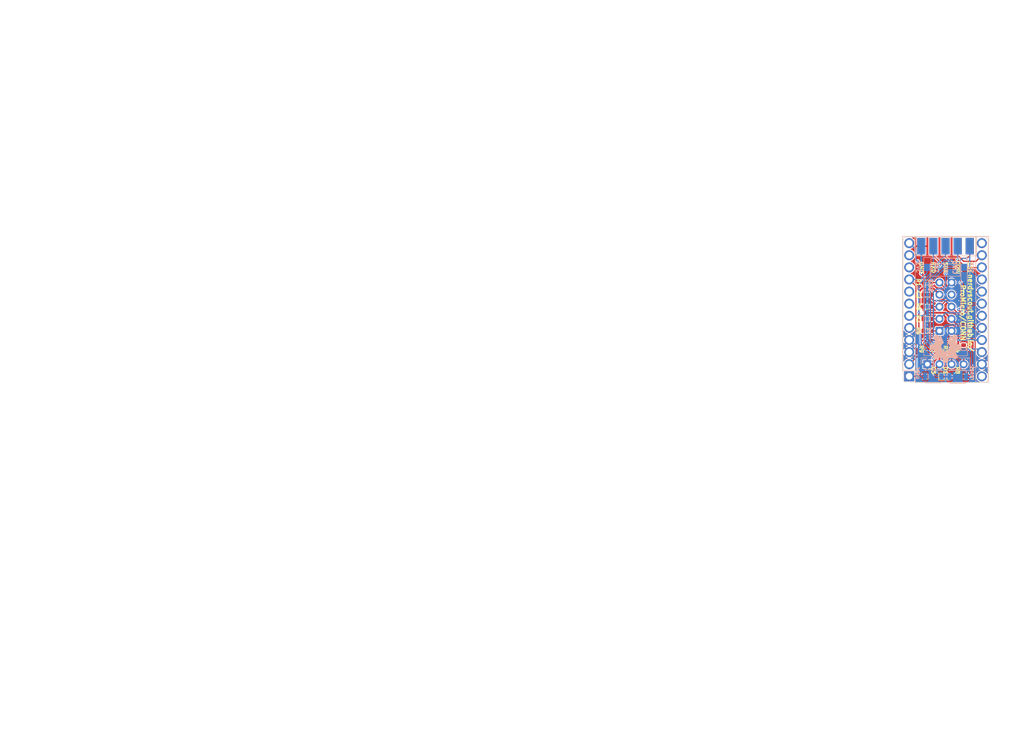
<source format=kicad_pcb>
(kicad_pcb (version 20240108) (generator "pcbnew") (generator_version "8.0")
  (title_block (title "ProMicro_CONN") (date "2025-01-05") (rev "v1.6") (company "Stefan Herold") (comment 1 "CERN-OHL-S-2.0"))
  (layers (0 "F.Cu" mixed) (1 "In1.Cu" power) (2 "In2.Cu" power) (31 "B.Cu" mixed) (34 "B.Paste" user) (35 "F.Paste" user) (36 "B.SilkS" user "B.Silkscreen") (37 "F.SilkS" user "F.Silkscreen") (38 "B.Mask" user) (39 "F.Mask" user) (44 "Edge.Cuts" user))
  (net 0 "")
  (net 1 "GND")
  (net 2 "+3V3")
  (net 3 "Net-(D1-Pad2)")
  (net 4 "RXD")
  (net 5 "TXD")
  (net 6 "COPI")
  (net 7 "SDA")
  (net 8 "CIPO")
  (net 9 "SCL")
  (net 10 "SCK")
  (net 11 "TDI")
  (net 12 "TDO")
  (net 13 "BTN")
  (net 14 "TMS")
  (net 15 "TCK")
  (net 16 "CS1")
  (net 17 "~{RST}")
  (net 18 "Net-(R9-Pad2)")
  (net 19 "Net-(A1-Pad13)")
  (net 20 "Net-(A1-Pad7)")
  (net 21 "Net-(A1-Pad8)")
  (net 22 "Net-(A1-Pad10)")
  (net 23 "Net-(A1-Pad11)")
  (net 24 "+5V")
  (net 25 "Net-(J1-Pad8)")
  (footprint "Resistor_SMD:R_0603_1608Metric" (layer "F.Cu") (at 226.05 98.425 90)
    (property "Reference" "R3" (at 0 -1.27 -90) (layer "F.SilkS") (effects (font (size 0.8 0.8) (thickness 0.2))))
    (property "Value" "4k7" (hide yes))
    (pad "1" smd roundrect (at -0.825 0 90) (size 0.8 0.95) (layers "F.Cu" "F.Paste" "F.Mask") (net 9 "SCL"))
    (pad "2" smd roundrect (at 0.825 0 90) (size 0.8 0.95) (layers "F.Cu" "F.Paste" "F.Mask") (net 2 "+3V3"))
  )
  (footprint "Capacitor_SMD:C_0603_1608Metric" (layer "F.Cu") (at 220.97 104.203452 180)
    (property "Reference" "C3" (at -1.27 1.333452 -90) (layer "F.SilkS") (effects (font (size 0.8 0.8) (thickness 0.2))))
    (property "Value" "100n" (hide yes))
    (pad "1" smd roundrect (at -0.775 0 180) (size 0.9 0.95) (layers "F.Cu" "F.Paste" "F.Mask") (net 2 "+3V3"))
    (pad "2" smd roundrect (at 0.775 0 180) (size 0.9 0.95) (layers "F.Cu" "F.Paste" "F.Mask") (net 1 "GND"))
  )
  (footprint "Resistor_SMD:R_0603_1608Metric" (layer "F.Cu") (at 220.97 89.535 180)
    (property "Reference" "R5" (at 1.905 0 -90) (layer "F.SilkS") (effects (font (size 0.8 0.8) (thickness 0.2))))
    (property "Value" "4k7" (hide yes))
    (pad "1" smd roundrect (at -0.825 0 180) (size 0.8 0.95) (layers "F.Cu" "F.Paste" "F.Mask") (net 14 "TMS"))
    (pad "2" smd roundrect (at 0.825 0 180) (size 0.8 0.95) (layers "F.Cu" "F.Paste" "F.Mask") (net 2 "+3V3"))
  )
  (footprint "Resistor_SMD:R_0603_1608Metric" (layer "F.Cu") (at 220.97 94.615 180)
    (property "Reference" "R6" (at 1.905 0 -90) (layer "F.SilkS") (effects (font (size 0.8 0.8) (thickness 0.2))))
    (property "Value" "4k7" (hide yes))
    (pad "1" smd roundrect (at -0.825 0 180) (size 0.8 0.95) (layers "F.Cu" "F.Paste" "F.Mask") (net 15 "TCK"))
    (pad "2" smd roundrect (at 0.825 0 180) (size 0.8 0.95) (layers "F.Cu" "F.Paste" "F.Mask") (net 2 "+3V3"))
  )
  (footprint "Resistor_SMD:R_0603_1608Metric" (layer "F.Cu") (at 223.51 98.425 -90)
    (property "Reference" "R7" (at 0 1.27 -90) (layer "F.SilkS") (effects (font (size 0.8 0.8) (thickness 0.2))))
    (property "Value" "4k7" (hide yes))
    (pad "1" smd roundrect (at -0.825 0 270) (size 0.8 0.95) (layers "F.Cu" "F.Paste" "F.Mask") (net 17 "~{RST}"))
    (pad "2" smd roundrect (at 0.825 0 270) (size 0.8 0.95) (layers "F.Cu" "F.Paste" "F.Mask") (net 2 "+3V3"))
  )
  (footprint "Resistor_SMD:R_0603_1608Metric" (layer "F.Cu") (at 228.59 104.203452)
    (property "Reference" "R8" (at -1.27 -1.333452 -90) (layer "F.SilkS") (effects (font (size 0.8 0.8) (thickness 0.2))))
    (property "Value" "1k" (hide yes))
    (pad "1" smd roundrect (at -0.825 0) (size 0.8 0.95) (layers "F.Cu" "F.Paste" "F.Mask") (net 3 "Net-(D1-Pad2)"))
    (pad "2" smd roundrect (at 0.825 0) (size 0.8 0.95) (layers "F.Cu" "F.Paste" "F.Mask") (net 15 "TCK"))
  )
  (footprint "Capacitor_SMD:C_0603_1608Metric" (layer "F.Cu") (at 220.97 86.995 180)
    (property "Reference" "C2" (at 1.905 0 -90) (layer "F.SilkS") (effects (font (size 0.8 0.8) (thickness 0.2))))
    (property "Value" "1µ" (hide yes))
    (pad "1" smd roundrect (at -0.775 0 180) (size 0.9 0.95) (layers "F.Cu" "F.Paste" "F.Mask") (net 17 "~{RST}"))
    (pad "2" smd roundrect (at 0.775 0 180) (size 0.9 0.95) (layers "F.Cu" "F.Paste" "F.Mask") (net 1 "GND"))
  )
  (footprint "LED_SMD:LED_0603_1608Metric" (layer "F.Cu") (at 224.78 104.203452)
    (property "Reference" "D1" (at 0 -1.333452 -90) (layer "F.SilkS") (effects (font (size 0.8 0.8) (thickness 0.2))))
    (property "Value" "LED" (hide yes))
    (pad "1" smd roundrect (at -0.7875 0) (size 0.875 0.95) (layers "F.Cu" "F.Paste" "F.Mask") (net 1 "GND"))
    (pad "2" smd roundrect (at 0.7875 0) (size 0.875 0.95) (layers "F.Cu" "F.Paste" "F.Mask") (net 3 "Net-(D1-Pad2)"))
  )
  (footprint "Resistor_SMD:R_0603_1608Metric" (layer "F.Cu") (at 220.97 92.075 180)
    (property "Reference" "R2" (at 1.905 0 -90) (layer "F.SilkS") (effects (font (size 0.8 0.8) (thickness 0.2))))
    (property "Value" "4k7" (hide yes))
    (pad "1" smd roundrect (at -0.825 0 180) (size 0.8 0.95) (layers "F.Cu" "F.Paste" "F.Mask") (net 12 "TDO"))
    (pad "2" smd roundrect (at 0.825 0 180) (size 0.8 0.95) (layers "F.Cu" "F.Paste" "F.Mask") (net 2 "+3V3"))
  )
  (footprint "Resistor_SMD:R_0603_1608Metric" (layer "F.Cu") (at 220.97 84.455 180)
    (property "Reference" "R1" (at 1.905 0 -90) (layer "F.SilkS") (effects (font (size 0.8 0.8) (thickness 0.2))))
    (property "Value" "4k7" (hide yes))
    (pad "1" smd roundrect (at -0.825 0 180) (size 0.8 0.95) (layers "F.Cu" "F.Paste" "F.Mask") (net 11 "TDI"))
    (pad "2" smd roundrect (at 0.825 0 180) (size 0.8 0.95) (layers "F.Cu" "F.Paste" "F.Mask") (net 2 "+3V3"))
  )
  (footprint "Resistor_SMD:R_0603_1608Metric" (layer "F.Cu") (at 220.97 98.425 -90)
    (property "Reference" "R9" (at 0 1.27 -90) (layer "F.SilkS") (effects (font (size 0.8 0.8) (thickness 0.2))))
    (property "Value" "4k7" (hide yes))
    (pad "1" smd roundrect (at -0.825 0 270) (size 0.8 0.95) (layers "F.Cu" "F.Paste" "F.Mask") (net 1 "GND"))
    (pad "2" smd roundrect (at 0.825 0 270) (size 0.8 0.95) (layers "F.Cu" "F.Paste" "F.Mask") (net 18 "Net-(R9-Pad2)"))
  )
  (footprint "Resistor_SMD:R_0603_1608Metric" (layer "F.Cu") (at 228.59 98.425 90)
    (property "Reference" "R4" (at 0 -1.27 -90) (layer "F.SilkS") (effects (font (size 0.8 0.8) (thickness 0.2))))
    (property "Value" "4k7")
    (pad "1" smd roundrect (at -0.825 0 90) (size 0.8 0.95) (layers "F.Cu" "F.Paste" "F.Mask") (net 7 "SDA"))
    (pad "2" smd roundrect (at 0.825 0 90) (size 0.8 0.95) (layers "F.Cu" "F.Paste" "F.Mask") (net 2 "+3V3"))
  )
  (footprint "Button_Switch_SMD:SW_SPST_B3U-1000P" (layer "B.Cu") (at 227.32 104.203452)
    (property "Reference" "SW1" (hide yes))
    (property "Value" "reset" (at 3.175 -0.698452 -90) (layer "B.SilkS") (effects (font (size 0.8 0.8) (thickness 0.2)) (justify mirror)))
    (pad "1" smd rect (at -1.7 0) (size 0.9 1.7) (layers "B.Cu" "B.Paste" "B.Mask") (net 1 "GND"))
    (pad "2" smd rect (at 1.7 0) (size 0.9 1.7) (layers "B.Cu" "B.Paste" "B.Mask") (net 17 "~{RST}"))
  )
  (footprint "Connector_PCBEdge:UEXT" (layer "B.Cu") (at 224.78 76.835 -90)
    (property "Reference" "J2" (hide yes))
    (property "Value" "UEXT_Host" (hide yes))
    (pad "1" smd rect (at 0 5.08 270) (size 3.4544 1.7272) (layers "B.Cu" "B.Mask") (net 2 "+3V3"))
    (pad "2" smd rect (at 0 5.08 270) (size 3.4544 1.7272) (layers "F.Cu" "F.Mask") (net 1 "GND"))
    (pad "3" smd rect (at 0 2.54 270) (size 3.4544 1.7272) (layers "B.Cu" "B.Mask") (net 5 "TXD"))
    (pad "4" smd rect (at 0 2.54 270) (size 3.4544 1.7272) (layers "F.Cu" "F.Mask") (net 4 "RXD"))
    (pad "5" smd rect (at 0 0 270) (size 3.4544 1.7272) (layers "B.Cu" "B.Mask") (net 9 "SCL"))
    (pad "6" smd rect (at 0 0 270) (size 3.4544 1.7272) (layers "F.Cu" "F.Mask") (net 7 "SDA"))
    (pad "7" smd rect (at 0 -2.54 270) (size 3.4544 1.7272) (layers "B.Cu" "B.Mask") (net 8 "CIPO"))
    (pad "8" smd rect (at 0 -2.54 270) (size 3.4544 1.7272) (layers "F.Cu" "F.Mask") (net 6 "COPI"))
    (pad "9" smd rect (at 0 -5.08 270) (size 3.4544 1.7272) (layers "B.Cu" "B.Mask") (net 10 "SCK"))
    (pad "10" smd rect (at 0 -5.08 270) (size 3.4544 1.7272) (layers "F.Cu" "F.Mask") (net 16 "CS1"))
  )
  (footprint "Button_Switch_SMD:SW_SPST_B3U-1000P" (layer "B.Cu") (at 222.24 104.14 180)
    (property "Reference" "SW2" (hide yes))
    (property "Value" "user" (at 3.175 0.635 -90) (layer "B.SilkS") (effects (font (size 0.8 0.8) (thickness 0.2)) (justify mirror)))
    (pad "1" smd rect (at -1.7 0 180) (size 0.9 1.7) (layers "B.Cu" "B.Paste" "B.Mask") (net 18 "Net-(R9-Pad2)"))
    (pad "2" smd rect (at 1.7 0 180) (size 0.9 1.7) (layers "B.Cu" "B.Paste" "B.Mask") (net 13 "BTN"))
  )
  (footprint "Connector_PinHeader_2.54mm:PinHeader_1x04_P2.54mm_Vertical" (layer "B.Cu") (at 220.97 101.6 -90)
    (property "Reference" "J3" (hide yes))
    (property "Value" "Display" (hide yes))
    (pad "1" thru_hole rect (at 0 0 270) (size 1.7 1.7) (drill 1) (layers "*.Cu" "*.Mask") (net 1 "GND"))
    (pad "2" thru_hole oval (at 0 -2.54 270) (size 1.7 1.7) (drill 1) (layers "*.Cu" "*.Mask") (net 2 "+3V3"))
    (pad "3" thru_hole oval (at 0 -5.08 270) (size 1.7 1.7) (drill 1) (layers "*.Cu" "*.Mask") (net 9 "SCL"))
    (pad "4" thru_hole oval (at 0 -7.62 270) (size 1.7 1.7) (drill 1) (layers "*.Cu" "*.Mask") (net 7 "SDA"))
  )
  (footprint "Module:Sparkfun_Pro_Micro" (layer "B.Cu") (at 217.16 104.14)
    (property "Reference" "A1" (hide yes))
    (property "Value" "Sparkfun_Pro_Micro")
    (pad "1" thru_hole rect (at 0 0) (size 2.1 2.1) (drill 1.4) (layers "*.Cu" "*.Mask") (net 4 "RXD"))
    (pad "2" thru_hole circle (at 0 -2.54) (size 2.1 2.1) (drill 1.4) (layers "*.Cu" "*.Mask") (net 5 "TXD"))
    (pad "3" thru_hole circle (at 0 -5.08) (size 2.1 2.1) (drill 1.4) (layers "*.Cu" "*.Mask") (net 1 "GND"))
    (pad "4" thru_hole circle (at 0 -7.62) (size 2.1 2.1) (drill 1.4) (layers "*.Cu" "*.Mask") (net 1 "GND"))
    (pad "5" thru_hole circle (at 0 -10.16) (size 2.1 2.1) (drill 1.4) (layers "*.Cu" "*.Mask") (net 7 "SDA"))
    (pad "6" thru_hole circle (at 0 -12.7) (size 2.1 2.1) (drill 1.4) (layers "*.Cu" "*.Mask") (net 9 "SCL"))
    (pad "7" thru_hole circle (at 0 -15.24) (size 2.1 2.1) (drill 1.4) (layers "*.Cu" "*.Mask") (net 20 "Net-(A1-Pad7)"))
    (pad "8" thru_hole circle (at 0 -17.78) (size 2.1 2.1) (drill 1.4) (layers "*.Cu" "*.Mask") (net 21 "Net-(A1-Pad8)"))
    (pad "9" thru_hole circle (at 0 -20.32) (size 2.1 2.1) (drill 1.4) (layers "*.Cu" "*.Mask") (net 13 "BTN"))
    (pad "10" thru_hole circle (at 0 -22.86) (size 2.1 2.1) (drill 1.4) (layers "*.Cu" "*.Mask") (net 22 "Net-(A1-Pad10)"))
    (pad "11" thru_hole circle (at 0 -25.4) (size 2.1 2.1) (drill 1.4) (layers "*.Cu" "*.Mask") (net 23 "Net-(A1-Pad11)"))
    (pad "12" thru_hole circle (at 0 -27.94) (size 2.1 2.1) (drill 1.4) (layers "*.Cu" "*.Mask") (net 16 "CS1"))
    (pad "13" thru_hole circle (at 15.24 -27.94) (size 2.1 2.1) (drill 1.4) (layers "*.Cu" "*.Mask") (net 19 "Net-(A1-Pad13)"))
    (pad "14" thru_hole circle (at 15.24 -25.4) (size 2.1 2.1) (drill 1.4) (layers "*.Cu" "*.Mask") (net 6 "COPI"))
    (pad "15" thru_hole circle (at 15.24 -22.86) (size 2.1 2.1) (drill 1.4) (layers "*.Cu" "*.Mask") (net 8 "CIPO"))
    (pad "16" thru_hole circle (at 15.24 -20.32) (size 2.1 2.1) (drill 1.4) (layers "*.Cu" "*.Mask") (net 10 "SCK"))
    (pad "17" thru_hole circle (at 15.24 -17.78) (size 2.1 2.1) (drill 1.4) (layers "*.Cu" "*.Mask") (net 11 "TDI"))
    (pad "18" thru_hole circle (at 15.24 -15.24) (size 2.1 2.1) (drill 1.4) (layers "*.Cu" "*.Mask") (net 12 "TDO"))
    (pad "19" thru_hole circle (at 15.24 -12.7) (size 2.1 2.1) (drill 1.4) (layers "*.Cu" "*.Mask") (net 14 "TMS"))
    (pad "20" thru_hole circle (at 15.24 -10.16) (size 2.1 2.1) (drill 1.4) (layers "*.Cu" "*.Mask") (net 15 "TCK"))
    (pad "21" thru_hole circle (at 15.24 -7.62) (size 2.1 2.1) (drill 1.4) (layers "*.Cu" "*.Mask") (net 2 "+3V3"))
    (pad "22" thru_hole circle (at 15.24 -5.08) (size 2.1 2.1) (drill 1.4) (layers "*.Cu" "*.Mask") (net 17 "~{RST}"))
    (pad "23" thru_hole circle (at 15.24 -2.54) (size 2.1 2.1) (drill 1.4) (layers "*.Cu" "*.Mask") (net 1 "GND"))
    (pad "24" thru_hole circle (at 15.24 0) (size 2.1 2.1) (drill 1.4) (layers "*.Cu" "*.Mask") (net 24 "+5V"))
  )
  (footprint "Symbol:OSHW-Symbol_6.7x6mm_SilkScreen" (layer "B.Cu") (at 224.78 98.298)
    (property "Reference" "LOGO1" (hide yes))
    (property "Value" "Logo_Open_Hardware_Small" (hide yes))
  )
  (footprint "Connector_IDC:IDC-Header_2x05_P2.54mm_Vertical" (layer "B.Cu") (at 223.51 94.615)
    (property "Reference" "J1" (at -2.159 0 -90) (layer "B.SilkS") (effects (font (size 0.8 0.8) (thickness 0.2)) (justify mirror)))
    (property "Value" "AVR-JTAG-10")
    (pad "1" thru_hole roundrect (at 0 0) (size 1.7 1.7) (drill 1) (layers "*.Cu" "*.Mask") (roundrect_rratio 0.147059) (net 15 "TCK"))
    (pad "2" thru_hole circle (at 2.54 0) (size 1.7 1.7) (drill 1) (layers "*.Cu" "*.Mask") (net 1 "GND"))
    (pad "3" thru_hole circle (at 0 -2.54) (size 1.7 1.7) (drill 1) (layers "*.Cu" "*.Mask") (net 12 "TDO"))
    (pad "4" thru_hole circle (at 2.54 -2.54) (size 1.7 1.7) (drill 1) (layers "*.Cu" "*.Mask") (net 2 "+3V3"))
    (pad "5" thru_hole circle (at 0 -5.08) (size 1.7 1.7) (drill 1) (layers "*.Cu" "*.Mask") (net 14 "TMS"))
    (pad "6" thru_hole circle (at 2.54 -5.08) (size 1.7 1.7) (drill 1) (layers "*.Cu" "*.Mask") (net 17 "~{RST}"))
    (pad "7" thru_hole circle (at 0 -7.62) (size 1.7 1.7) (drill 1) (layers "*.Cu" "*.Mask") (net 2 "+3V3"))
    (pad "8" thru_hole circle (at 2.54 -7.62) (size 1.7 1.7) (drill 1) (layers "*.Cu" "*.Mask") (net 25 "Net-(J1-Pad8)"))
    (pad "9" thru_hole circle (at 0 -10.16) (size 1.7 1.7) (drill 1) (layers "*.Cu" "*.Mask") (net 11 "TDI"))
    (pad "10" thru_hole circle (at 2.54 -10.16) (size 1.7 1.7) (drill 1) (layers "*.Cu" "*.Mask") (net 1 "GND"))
  )
  (footprint "Button_Switch_SMD:SW_SPST_CK_RS282G05A3" (layer "B.Cu") (at 224.78 81.28 180)
    (property "Reference" "SW3" (at 3.175 -3.81 -90) (layer "B.SilkS") (effects (font (size 0.8 0.8) (thickness 0.2)) (justify mirror)))
    (property "Value" "user")
    (pad "1" smd rect (at -3.9 0 180) (size 1.5 1.5) (layers "B.Cu" "B.Paste" "B.Mask") (net 18 "Net-(R9-Pad2)"))
    (pad "2" smd rect (at 3.9 0 180) (size 1.5 1.5) (layers "B.Cu" "B.Paste" "B.Mask") (net 13 "BTN"))
  )
  (gr_arc (start 216.525 105.41) (mid 216.075987 105.224013) (end 215.89 104.775) (stroke (width 0.1)) (layer "Edge.Cuts"))
  (gr_arc (start 233.67 104.775) (mid 233.484013 105.224013) (end 233.035 105.41) (stroke (width 0.1)) (layer "Edge.Cuts"))
  (gr_arc (start 233.035 74.93) (mid 233.484013 75.115987) (end 233.67 75.565) (stroke (width 0.1)) (layer "Edge.Cuts"))
  (gr_line (start 216.525 105.41) (end 233.035 105.41) (stroke (width 0.1)) (layer "Edge.Cuts"))
  (gr_line (start 233.035 74.93) (end 216.525 74.93) (stroke (width 0.1)) (layer "Edge.Cuts"))
  (gr_arc (start 215.89 75.565) (mid 216.075987 75.115987) (end 216.525 74.93) (stroke (width 0.1)) (layer "Edge.Cuts"))
  (gr_line (start 215.89 104.775) (end 215.89 75.565) (stroke (width 0.1)) (layer "Edge.Cuts"))
  (gr_line (start 233.67 75.565) (end 233.67 104.775) (stroke (width 0.1)) (layer "Edge.Cuts"))
  (gr_text "TXD" (at 222.875 81.28 -90) (layer "B.SilkS") (effects (font (size 0.8 0.8) (thickness 0.2)) (justify mirror)))
  (gr_text "SCL" (at 224.78 81.28 -90) (layer "B.SilkS") (effects (font (size 0.8 0.8) (thickness 0.2)) (justify mirror)))
  (gr_text "SCK" (at 230.241 81.28 -90) (layer "B.SilkS") (effects (font (size 0.8 0.8) (thickness 0.2)) (justify mirror)))
  (gr_text "3V3" (at 219.065 81.28 -90) (layer "B.SilkS") (effects (font (size 0.8 0.8) (thickness 0.2)) (justify mirror)))
  (gr_text "CIPO" (at 226.685 81.28 -90) (layer "B.SilkS") (effects (font (size 0.8 0.8) (thickness 0.2)) (justify mirror)))
  (gr_text "RXD" (at 222.24 81.28 -90) (layer "F.SilkS") (effects (font (size 0.8 0.8) (thickness 0.2))))
  (gr_text "SDA" (at 224.78 81.28 -90) (layer "F.SilkS") (effects (font (size 0.8 0.8) (thickness 0.2))))
  (gr_text "COPI" (at 227.32 81.28 -90) (layer "F.SilkS") (effects (font (size 0.8 0.8) (thickness 0.2))))
  (gr_text "CS1" (at 229.86 81.28 -90) (layer "F.SilkS") (effects (font (size 0.8 0.8) (thickness 0.2))))
  (gr_text "nerdyscout.github.io/\nProMicro/CONN" (at 229.225 90.805 -90) (layer "F.SilkS") (effects (font (size 1 1) (thickness 0.25))))
  (gr_text "GND" (at 219.7 81.28 -90) (layer "F.SilkS") (effects (font (size 0.8 0.8) (thickness 0.2))))
  (via (at 223.383 81.788) (size 0.5) (drill 0.2) (layers "F.Cu" "B.Cu") (net 1))
  (via (at 227.574 88.265) (size 0.5) (drill 0.2) (layers "F.Cu" "B.Cu") (net 1))
  (via (at 225.161 99.695) (size 0.5) (drill 0.2) (layers "F.Cu" "B.Cu") (net 1))
  (via (at 230.114 95.504) (size 0.5) (drill 0.2) (layers "F.Cu" "B.Cu") (net 1))
  (via (at 227.574 92.329) (size 0.5) (drill 0.2) (layers "F.Cu" "B.Cu") (net 1))
  (via (at 220.97 93.345) (size 0.5) (drill 0.2) (layers "F.Cu" "B.Cu") (net 1))
  (via (at 225.161 80.518) (size 0.5) (drill 0.2) (layers "F.Cu" "B.Cu") (net 1))
  (via (at 223.002 103.251) (size 0.5) (drill 0.2) (layers "F.Cu" "B.Cu") (net 1))
  (via (at 220.97 96.647) (size 0.5) (drill 0.2) (layers "F.Cu" "B.Cu") (net 1))
  (via (at 231.13 92.773452) (size 0.5) (drill 0.2) (layers "F.Cu" "B.Cu") (net 1))
  (via (at 220.97 88.773) (size 0.5) (drill 0.2) (layers "F.Cu" "B.Cu") (net 1))
  (via (at 228.336 94.615) (size 0.5) (drill 0.2) (layers "F.Cu" "B.Cu") (net 1))
  (via (at 227.32 99.06) (size 0.5) (drill 0.2) (layers "F.Cu" "B.Cu") (net 1))
  (via (at 227.193 82.423) (size 0.5) (drill 0.2) (layers "F.Cu" "B.Cu") (net 1))
  (via (at 229.86 82.55) (size 0.5) (drill 0.2) (layers "F.Cu" "B.Cu") (net 1))
  (via (at 229.479 100.457) (size 0.5) (drill 0.2) (layers "F.Cu" "B.Cu") (net 1))
  (via (at 226.685 103.505) (size 0.5) (drill 0.2) (layers "F.Cu" "B.Cu") (net 1))
  (via (at 229.86 85.09) (size 0.5) (drill 0.2) (layers "F.Cu" "B.Cu") (net 1))
  (via (at 220.97 87.884) (size 0.5) (drill 0.2) (layers "F.Cu" "B.Cu") (net 1))
  (via (at 223.51 96.52) (size 0.5) (drill 0.2) (layers "F.Cu" "B.Cu") (net 1))
  (via (at 231.13 87.693452) (size 0.5) (drill 0.2) (layers "F.Cu" "B.Cu") (net 1))
  (via (at 231.13 90.233452) (size 0.5) (drill 0.2) (layers "F.Cu" "B.Cu") (net 1))
  (segment (start 223.51 101.663452) (end 223.51 99.275952) (width 0.4) (layer "F.Cu") (net 2))
  (segment (start 228.59 97.700952) (end 227.484952 97.700952) (width 0.4) (layer "F.Cu") (net 2))
  (segment (start 220.716 90.805) (end 220.97 90.805) (width 0.4) (layer "F.Cu") (net 2))
  (segment (start 221.7575 103.415952) (end 222.24 102.933452) (width 0.4) (layer "F.Cu") (net 2))
  (segment (start 222.24 85.725) (end 220.1825 85.725) (width 0.4) (layer "F.Cu") (net 2))
  (segment (start 227.484952 97.700952) (end 227.447 97.663) (width 0.4) (layer "F.Cu") (net 2))
  (segment (start 227.447 96.944264) (end 227.447 96.52) (width 0.4) (layer "F.Cu") (net 2))
  (segment (start 220.1825 89.598452) (end 220.1825 90.2715) (width 0.4) (layer "F.Cu") (net 2))
  (segment (start 226.05 97.700952) (end 227.484952 97.700952) (width 0.4) (layer "F.Cu") (net 2))
  (segment (start 220.1825 85.725) (end 220.1825 84.455) (width 0.4) (layer "F.Cu") (net 2))
  (segment (start 219.999999 82.849993) (end 219.7 82.549994) (width 0.4) (layer "F.Cu") (net 2))
  (segment (start 224.3735 99.275952) (end 224.78 98.869452) (width 0.4) (layer "F.Cu") (net 2))
  (segment (start 219.34499 86.20701) (end 219.827 85.725) (width 0.4) (layer "F.Cu") (net 2))
  (segment (start 223.51 86.995) (end 222.24 85.725) (width 0.4) (layer "F.Cu") (net 2))
  (segment (start 223.51 101.663452) (end 222.24 102.933452) (width 0.4) (layer "F.Cu") (net 2))
  (segment (start 220.1825 94.678452) (end 220.1825 91.3385) (width 0.4) (layer "F.Cu") (net 2))
  (segment (start 220.1825 89.535) (end 219.745 89.535) (width 0.4) (layer "F.Cu") (net 2))
  (segment (start 225.1865 97.700952) (end 226.05 97.700952) (width 0.4) (layer "F.Cu") (net 2))
  (segment (start 224.78 98.869452) (end 224.78 98.107452) (width 0.4) (layer "F.Cu") (net 2))
  (segment (start 221.7575 104.203452) (end 221.7575 103.415952) (width 0.4) (layer "F.Cu") (net 2))
  (segment (start 223.51 99.275952) (end 224.3735 99.275952) (width 0.4) (layer "F.Cu") (net 2))
  (segment (start 227.447 93.535452) (end 227.447 96.095736) (width 0.4) (layer "F.Cu") (net 2))
  (segment (start 227.447 97.663) (end 227.447 96.944264) (width 0.4) (layer "F.Cu") (net 2))
  (segment (start 220.1825 84.455) (end 220.1825 83.032494) (width 0.4) (layer "F.Cu") (net 2))
  (segment (start 227.447 96.095736) (end 227.447 96.52) (width 0.4) (layer "F.Cu") (net 2))
  (segment (start 224.78 98.107452) (end 225.1865 97.700952) (width 0.4) (layer "F.Cu") (net 2))
  (segment (start 220.1825 90.2715) (end 220.716 90.805) (width 0.4) (layer "F.Cu") (net 2))
  (segment (start 219.745 89.535) (end 219.34499 89.13499) (width 0.4) (layer "F.Cu") (net 2))
  (segment (start 220.1825 91.3385) (end 220.716 90.805) (width 0.4) (layer "F.Cu") (net 2))
  (segment (start 219.34499 89.13499) (end 219.34499 86.20701) (width 0.4) (layer "F.Cu") (net 2))
  (segment (start 219.827 85.725) (end 220.1825 85.725) (width 0.4) (layer "F.Cu") (net 2))
  (segment (start 220.97 90.805) (end 224.716548 90.805) (width 0.4) (layer "F.Cu") (net 2))
  (segment (start 220.1825 83.032494) (end 219.999999 82.849993) (width 0.4) (layer "F.Cu") (net 2))
  (segment (start 224.716548 90.805) (end 227.447 93.535452) (width 0.4) (layer "F.Cu") (net 2))
  (via (at 219.7 82.549994) (size 0.6) (drill 0.3) (layers "F.Cu" "B.Cu") (net 2))
  (via (at 227.447 96.52) (size 0.5) (drill 0.2) (layers "F.Cu" "B.Cu") (net 2))
  (segment (start 232.4 96.583452) (end 232.336548 96.52) (width 0.4) (layer "B.Cu") (net 2))
  (segment (start 219.7 76.835) (end 219.7 82.549994) (width 0.4) (layer "B.Cu") (net 2))
  (segment (start 232.336548 96.52) (end 227.871264 96.52) (width 0.4) (layer "B.Cu") (net 2))
  (segment (start 227.871264 96.52) (end 227.447 96.52) (width 0.4) (layer "B.Cu") (net 2))
  (segment (start 225.5675 104.203452) (end 226.685 104.203452) (width 0.25) (layer "F.Cu") (net 3))
  (segment (start 227.8025 104.203452) (end 226.685 104.203452) (width 0.25) (layer "F.Cu") (net 3))
  (segment (start 222.24 76.835) (end 222.24 78.8122) (width 0.25) (layer "F.Cu") (net 4))
  (segment (start 217.16 104.14) (end 218.318 104.14) (width 0.25) (layer "F.Cu") (net 4))
  (segment (start 220.716 95.885) (end 221.886447 95.885) (width 0.25) (layer "F.Cu") (net 4))
  (segment (start 219.7 102.758) (end 219.7 98.134413) (width 0.25) (layer "F.Cu") (net 4))
  (segment (start 221.886447 95.885) (end 222.24 95.885) (width 0.25) (layer "F.Cu") (net 4))
  (segment (start 222.24 78.8122) (end 224.78 81.3522) (width 0.25) (layer "F.Cu") (net 4))
  (segment (start 224.78 82.196447) (end 224.78 82.55) (width 0.25) (layer "F.Cu") (net 4))
  (segment (start 224.78 81.3522) (end 224.78 82.196447) (width 0.25) (layer "F.Cu") (net 4))
  (segment (start 218.318 104.14) (end 219.7 102.758) (width 0.25) (layer "F.Cu") (net 4))
  (segment (start 219.7 98.134413) (end 219.709012 98.125401) (width 0.25) (layer "F.Cu") (net 4))
  (segment (start 219.709012 98.125401) (end 219.709012 96.891988) (width 0.25) (layer "F.Cu") (net 4))
  (segment (start 219.709012 96.891988) (end 220.716 95.885) (width 0.25) (layer "F.Cu") (net 4))
  (via (at 224.78 82.55) (size 0.5) (drill 0.2) (layers "F.Cu" "B.Cu") (net 4))
  (via (at 222.24 95.885) (size 0.5) (drill 0.2) (layers "F.Cu" "B.Cu") (net 4))
  (segment (start 222.24 86.50587) (end 222.24 95.531447) (width 0.25) (layer "B.Cu") (net 4))
  (segment (start 222.24 95.531447) (end 222.24 95.885) (width 0.25) (layer "B.Cu") (net 4))
  (segment (start 224.78 82.55) (end 224.78 85.217) (width 0.25) (layer "B.Cu") (net 4))
  (segment (start 224.190601 85.806399) (end 222.939471 85.806399) (width 0.25) (layer "B.Cu") (net 4))
  (segment (start 224.78 85.217) (end 224.190601 85.806399) (width 0.25) (layer "B.Cu") (net 4))
  (segment (start 222.939471 85.806399) (end 222.24 86.50587) (width 0.25) (layer "B.Cu") (net 4))
  (segment (start 219.192 99.631452) (end 219.192 90.805) (width 0.25) (layer "F.Cu") (net 5))
  (segment (start 217.16 101.663452) (end 219.192 99.631452) (width 0.25) (layer "F.Cu") (net 5))
  (via (at 219.192 90.805) (size 0.5) (drill 0.2) (layers "F.Cu" "B.Cu") (net 5))
  (segment (start 219.192 90.451447) (end 219.192 90.805) (width 0.25) (layer "B.Cu") (net 5))
  (segment (start 222.24 81.91218) (end 219.192 84.96018) (width 0.25) (layer "B.Cu") (net 5))
  (segment (start 219.192 84.96018) (end 219.192 90.451447) (width 0.25) (layer "B.Cu") (net 5))
  (segment (start 222.24 76.898452) (end 221.605 77.533452) (width 0.25) (layer "B.Cu") (net 5))
  (segment (start 222.24 76.835) (end 222.24 81.91218) (width 0.25) (layer "B.Cu") (net 5))
  (segment (start 231.193452 80.01) (end 228.59 80.01) (width 0.25) (layer "F.Cu") (net 6))
  (segment (start 232.4 78.803452) (end 231.193452 80.01) (width 0.25) (layer "F.Cu") (net 6))
  (segment (start 227.32 78.74) (end 227.32 76.898452) (width 0.25) (layer "F.Cu") (net 6))
  (segment (start 228.59 80.01) (end 227.32 78.74) (width 0.25) (layer "F.Cu") (net 6))
  (segment (start 227.955 84.455) (end 227.955 82.2325) (width 0.25) (layer "F.Cu") (net 7))
  (segment (start 229.86 92.583) (end 227.696999 90.419999) (width 0.25) (layer "F.Cu") (net 7))
  (segment (start 227.955 82.2325) (end 224.78 79.0575) (width 0.25) (layer "F.Cu") (net 7))
  (segment (start 228.59 99.275952) (end 228.59 101.663452) (width 0.25) (layer "F.Cu") (net 7))
  (segment (start 224.78 79.0575) (end 224.78 76.835) (width 0.25) (layer "F.Cu") (net 7))
  (segment (start 227.696999 90.419999) (end 227.447 90.17) (width 0.25) (layer "F.Cu") (net 7))
  (segment (start 229.86 94.615) (end 229.86 92.583) (width 0.25) (layer "F.Cu") (net 7))
  (via (at 227.955 84.455) (size 0.5) (drill 0.2) (layers "F.Cu" "B.Cu") (net 7))
  (via (at 227.447 90.17) (size 0.5) (drill 0.2) (layers "F.Cu" "B.Cu") (net 7))
  (via (at 229.86 94.615) (size 0.5) (drill 0.2) (layers "F.Cu" "B.Cu") (net 7))
  (segment (start 224.78 102.235) (end 224.78 101.130998) (width 0.25) (layer "B.Cu") (net 7))
  (segment (start 219.668274 95.345274) (end 218.366452 94.043452) (width 0.25) (layer "B.Cu") (net 7))
  (segment (start 228.671399 95.803601) (end 225.750399 95.803601) (width 0.25) (layer "B.Cu") (net 7))
  (segment (start 229.86 94.615) (end 228.671399 95.803601) (width 0.25) (layer "B.Cu") (net 7))
  (segment (start 223.344002 99.695) (end 222.113 99.695) (width 0.25) (layer "B.Cu") (net 7))
  (segment (start 228.336 89.281) (end 227.955 89.662) (width 0.25) (layer "B.Cu") (net 7))
  (segment (start 225.383453 102.838453) (end 224.78 102.235) (width 0.25) (layer "B.Cu") (net 7))
  (segment (start 227.955 84.455) (end 228.336 84.836) (width 0.25) (layer "B.Cu") (net 7))
  (segment (start 228.621726 101.631726) (end 227.414999 102.838453) (width 0.25) (layer "B.Cu") (net 7))
  (segment (start 225.415 98.425) (end 228.621726 101.631726) (width 0.25) (layer "B.Cu") (net 7))
  (segment (start 224.78 101.130998) (end 223.344002 99.695) (width 0.25) (layer "B.Cu") (net 7))
  (segment (start 227.414999 102.838453) (end 225.383453 102.838453) (width 0.25) (layer "B.Cu") (net 7))
  (segment (start 225.415 96.139) (end 225.415 98.425) (width 0.25) (layer "B.Cu") (net 7))
  (segment (start 218.366452 94.043452) (end 217.16 94.043452) (width 0.25) (layer "B.Cu") (net 7))
  (segment (start 219.668274 97.250274) (end 219.668274 95.345274) (width 0.25) (layer "B.Cu") (net 7))
  (segment (start 227.955 89.662) (end 227.447 90.17) (width 0.25) (layer "B.Cu") (net 7))
  (segment (start 222.113 99.695) (end 219.668274 97.250274) (width 0.25) (layer "B.Cu") (net 7))
  (segment (start 228.336 84.836) (end 228.336 89.281) (width 0.25) (layer "B.Cu") (net 7))
  (segment (start 225.750399 95.803601) (end 225.415 96.139) (width 0.25) (layer "B.Cu") (net 7))
  (segment (start 232.4 81.343452) (end 229.034452 81.343452) (width 0.25) (layer "F.Cu") (net 8))
  (segment (start 229.034452 81.343452) (end 227.544405 79.853405) (width 0.25) (layer "F.Cu") (net 8))
  (segment (start 227.544405 79.853405) (end 227.294406 79.603406) (width 0.25) (layer "F.Cu") (net 8))
  (via (at 227.294406 79.603406) (size 0.5) (drill 0.2) (layers "F.Cu" "B.Cu") (net 8))
  (segment (start 227.294406 76.924046) (end 227.294406 79.249853) (width 0.25) (layer "B.Cu") (net 8))
  (segment (start 227.32 76.898452) (end 227.294406 76.924046) (width 0.25) (layer "B.Cu") (net 8))
  (segment (start 227.294406 79.249853) (end 227.294406 79.603406) (width 0.25) (layer "B.Cu") (net 8))
  (segment (start 226.05 99.275952) (end 226.05 101.663452) (width 0.25) (layer "F.Cu") (net 9))
  (segment (start 217.16 91.44) (end 218.43 91.44) (width 0.25) (layer "B.Cu") (net 9))
  (segment (start 220.335 84.45359) (end 222.748 82.04059) (width 0.25) (layer "B.Cu") (net 9))
  (segment (start 224.653 100.203) (end 226.05 101.6) (width 0.25) (layer "B.Cu") (net 9))
  (segment (start 226.05 101.663452) (end 226.05 101.6) (width 0.25) (layer "B.Cu") (net 9))
  (segment (start 222.748 80.772) (end 224.78 78.74) (width 0.25) (layer "B.Cu") (net 9))
  (segment (start 218.433501 91.443501) (end 220.331499 91.443501) (width 0.25) (layer "B.Cu") (net 9))
  (segment (start 222.748 82.04059) (end 222.748 80.772) (width 0.25) (layer "B.Cu") (net 9))
  (segment (start 220.335 97.028) (end 222.367 99.06) (width 0.25) (layer "B.Cu") (net 9))
  (segment (start 218.43 91.44) (end 218.646002 91.44) (width 0.25) (layer "B.Cu") (net 9))
  (segment (start 222.367 99.06) (end 223.51 99.06) (width 0.25) (layer "B.Cu") (net 9))
  (segment (start 218.43 91.44) (end 218.433501 91.443501) (width 0.25) (layer "B.Cu") (net 9))
  (segment (start 220.331499 91.443501) (end 220.335 91.44) (width 0.25) (layer "B.Cu") (net 9))
  (segment (start 220.335 91.44) (end 220.335 84.45359) (width 0.25) (layer "B.Cu") (net 9))
  (segment (start 223.51 99.06) (end 224.653 100.203) (width 0.25) (layer "B.Cu") (net 9))
  (segment (start 224.78 78.74) (end 224.78 76.898452) (width 0.25) (layer "B.Cu") (net 9))
  (segment (start 220.335 91.44) (end 220.335 97.028) (width 0.25) (layer "B.Cu") (net 9))
  (segment (start 229.86 81.343452) (end 232.4 83.883452) (width 0.25) (layer "B.Cu") (net 10))
  (segment (start 229.86 76.898452) (end 229.86 81.343452) (width 0.25) (layer "B.Cu") (net 10))
  (segment (start 224.78 85.725) (end 227.955 85.725) (width 0.25) (layer "F.Cu") (net 11))
  (segment (start 221.7575 84.455) (end 223.51 84.455) (width 0.25) (layer "F.Cu") (net 11))
  (segment (start 228.59 86.36) (end 232.4 86.36) (width 0.25) (layer "F.Cu") (net 11))
  (segment (start 223.51 84.455) (end 224.78 85.725) (width 0.25) (layer "F.Cu") (net 11))
  (segment (start 227.955 85.725) (end 228.59 86.36) (width 0.25) (layer "F.Cu") (net 11))
  (segment (start 221.7575 92.075) (end 223.51 92.075) (width 0.25) (layer "F.Cu") (net 12))
  (segment (start 232.4 88.963452) (end 230.495 88.963452) (width 0.25) (layer "B.Cu") (net 12))
  (segment (start 228.653452 90.805) (end 224.843452 90.805) (width 0.25) (layer "B.Cu") (net 12))
  (segment (start 230.495 88.963452) (end 228.653452 90.805) (width 0.25) (layer "B.Cu") (net 12))
  (segment (start 224.843452 90.805) (end 223.51 92.138452) (width 0.25) (layer "B.Cu") (net 12))
  (segment (start 218.557002 85.217002) (end 218.557002 97.436445) (width 0.25) (layer "F.Cu") (net 13))
  (segment (start 218.557002 97.436445) (end 218.557002 97.789998) (width 0.25) (layer "F.Cu") (net 13))
  (segment (start 217.16 83.82) (end 218.557002 85.217002) (width 0.25) (layer "F.Cu") (net 13))
  (via (at 218.557002 97.789998) (size 0.5) (drill 0.2) (layers "F.Cu" "B.Cu") (net 13))
  (segment (start 220.54 104.14) (end 219.84 104.14) (width 0.25) (layer "B.Cu") (net 13))
  (segment (start 220.88 82.513) (end 220.88 81.28) (width 0.25) (layer "B.Cu") (net 13))
  (segment (start 218.556998 102.856998) (end 218.556998 98.143555) (width 0.25) (layer "B.Cu") (net 13))
  (segment (start 218.556998 98.143555) (end 218.557002 98.143551) (width 0.25) (layer "B.Cu") (net 13))
  (segment (start 219.84 104.14) (end 218.556998 102.856998) (width 0.25) (layer "B.Cu") (net 13))
  (segment (start 217.16 83.82) (end 219.573 83.82) (width 0.25) (layer "B.Cu") (net 13))
  (segment (start 218.557002 98.143551) (end 218.557002 97.789998) (width 0.25) (layer "B.Cu") (net 13))
  (segment (start 219.573 83.82) (end 220.88 82.513) (width 0.25) (layer "B.Cu") (net 13))
  (segment (start 221.7575 89.535) (end 223.51 89.535) (width 0.25) (layer "F.Cu") (net 14))
  (segment (start 223.51 89.598452) (end 224.843452 88.265) (width 0.25) (layer "F.Cu") (net 14))
  (segment (start 226.6215 88.265) (end 229.859952 91.503452) (width 0.25) (layer "F.Cu") (net 14))
  (segment (start 224.843452 88.265) (end 226.6215 88.265) (width 0.25) (layer "F.Cu") (net 14))
  (segment (start 229.859952 91.503452) (end 232.4 91.503452) (width 0.25) (layer "F.Cu") (net 14))
  (segment (start 221.7575 94.615) (end 223.51 94.615) (width 0.25) (layer "F.Cu") (net 15))
  (segment (start 231.003 101.6) (end 231.003 95.440452) (width 0.25) (layer "F.Cu") (net 15))
  (segment (start 229.3775 104.203452) (end 229.3775 103.2255) (width 0.25) (layer "F.Cu") (net 15))
  (segment (start 231.003 95.440452) (end 232.4 94.043452) (width 0.25) (layer "F.Cu") (net 15))
  (segment (start 229.3775 103.2255) (end 231.003 101.6) (width 0.25) (layer "F.Cu") (net 15))
  (segment (start 231.193452 94.043452) (end 232.4 94.043452) (width 0.25) (layer "B.Cu") (net 15))
  (segment (start 224.843452 93.345) (end 230.495 93.345) (width 0.25) (layer "B.Cu") (net 15))
  (segment (start 223.51 94.678452) (end 224.843452 93.345) (width 0.25) (layer "B.Cu") (net 15))
  (segment (start 230.495 93.345) (end 231.193452 94.043452) (width 0.25) (layer "B.Cu") (net 15))
  (segment (start 229.86 76.835) (end 229.86 78.8122) (width 0.25) (layer "F.Cu") (net 16))
  (segment (start 229.297199 79.375001) (end 229.225001 79.375001) (width 0.25) (layer "F.Cu") (net 16))
  (segment (start 219.827 80.899) (end 219.187999 80.259999) (width 0.25) (layer "F.Cu") (net 16))
  (segment (start 229.86 78.8122) (end 229.297199 79.375001) (width 0.25) (layer "F.Cu") (net 16))
  (segment (start 219.187999 80.259999) (end 218.938 80.01) (width 0.25) (layer "F.Cu") (net 16))
  (segment (start 223.51 80.899) (end 219.827 80.899) (width 0.25) (layer "F.Cu") (net 16))
  (via (at 218.938 80.01) (size 0.5) (drill 0.2) (layers "F.Cu" "B.Cu") (net 16))
  (via (at 223.51 80.899) (size 0.5) (drill 0.2) (layers "F.Cu" "B.Cu") (net 16))
  (via (at 229.225001 79.375001) (size 0.5) (drill 0.2) (layers "F.Cu" "B.Cu") (net 16))
  (segment (start 226.685 80.264) (end 227.447 80.264) (width 0.25) (layer "B.Cu") (net 16))
  (segment (start 228.335999 79.375001) (end 229.225001 79.375001) (width 0.25) (layer "B.Cu") (net 16))
  (segment (start 224.653 79.756) (end 226.177 79.756) (width 0.25) (layer "B.Cu") (net 16))
  (segment (start 223.51 80.899) (end 224.653 79.756) (width 0.25) (layer "B.Cu") (net 16))
  (segment (start 218.511399 79.583399) (end 218.938 80.01) (width 0.25) (layer "B.Cu") (net 16))
  (segment (start 217.16 76.2) (end 218.511399 77.551399) (width 0.25) (layer "B.Cu") (net 16))
  (segment (start 218.511399 79.075399) (end 218.511399 79.583399) (width 0.25) (layer "B.Cu") (net 16))
  (segment (start 218.511399 77.551399) (end 218.511399 79.075399) (width 0.2) (layer "B.Cu") (net 16))
  (segment (start 226.177 79.756) (end 226.685 80.264) (width 0.25) (layer "B.Cu") (net 16))
  (segment (start 227.447 80.264) (end 228.335999 79.375001) (width 0.25) (layer "B.Cu") (net 16))
  (segment (start 226.05 89.598452) (end 229.225 92.773452) (width 0.25) (layer "F.Cu") (net 17))
  (segment (start 221.7575 87.7825) (end 221.7575 86.995) (width 0.25) (layer "F.Cu") (net 17))
  (segment (start 229.86 98.071447) (end 229.86 98.425) (width 0.25) (layer "F.Cu") (net 17))
  (segment (start 225.696447 96.393) (end 226.05 96.393) (width 0.25) (layer "F.Cu") (net 17))
  (segment (start 229.225 95.885) (end 229.86 96.52) (width 0.25) (layer "F.Cu") (net 17))
  (segment (start 222.24 88.265) (end 221.7575 87.7825) (width 0.25) (layer "F.Cu") (net 17))
  (segment (start 222.875 88.265) (end 222.24 88.265) (width 0.25) (layer "F.Cu") (net 17))
  (segment (start 229.225 92.773452) (end 229.225 95.885) (width 0.25) (layer "F.Cu") (net 17))
  (segment (start 224.817952 96.393) (end 225.696447 96.393) (width 0.25) (layer "F.Cu") (net 17))
  (segment (start 223.51 97.700952) (end 224.817952 96.393) (width 0.25) (layer "F.Cu") (net 17))
  (segment (start 229.86 96.52) (end 229.86 98.071447) (width 0.25) (layer "F.Cu") (net 17))
  (via (at 229.86 98.425) (size 0.5) (drill 0.2) (layers "F.Cu" "B.Cu") (net 17))
  (via (at 226.05 96.393) (size 0.5) (drill 0.2) (layers "F.Cu" "B.Cu") (net 17))
  (via (at 222.875 88.265) (size 0.5) (drill 0.2) (layers "F.Cu" "B.Cu") (net 17))
  (segment (start 229.02 104.203452) (end 229.72 104.203452) (width 0.25) (layer "B.Cu") (net 17))
  (segment (start 231.701548 98.425) (end 230.213553 98.425) (width 0.25) (layer "B.Cu") (net 17))
  (segment (start 229.86 98.778553) (end 229.86 98.425) (width 0.25) (layer "B.Cu") (net 17))
  (segment (start 229.86 98.425) (end 228.082 98.425) (width 0.25) (layer "B.Cu") (net 17))
  (segment (start 224.78 88.265) (end 222.875 88.265) (width 0.25) (layer "B.Cu") (net 17))
  (segment (start 226.05 89.535) (end 224.78 88.265) (width 0.25) (layer "B.Cu") (net 17))
  (segment (start 228.082 98.425) (end 226.299999 96.642999) (width 0.25) (layer "B.Cu") (net 17))
  (segment (start 230.213553 98.425) (end 229.86 98.425) (width 0.25) (layer "B.Cu") (net 17))
  (segment (start 230.241 103.682452) (end 230.241 99.159553) (width 0.25) (layer "B.Cu") (net 17))
  (segment (start 226.299999 96.642999) (end 226.05 96.393) (width 0.25) (layer "B.Cu") (net 17))
  (segment (start 229.72 104.203452) (end 230.241 103.682452) (width 0.25) (layer "B.Cu") (net 17))
  (segment (start 230.241 99.159553) (end 229.86 98.778553) (width 0.25) (layer "B.Cu") (net 17))
  (segment (start 232.4 99.123452) (end 231.701548 98.425) (width 0.25) (layer "B.Cu") (net 17))
  (segment (start 222.24 99.695) (end 221.7575 99.2125) (width 0.25) (layer "F.Cu") (net 18))
  (segment (start 221.7575 99.2125) (end 222.24 98.73) (width 0.25) (layer "F.Cu") (net 18))
  (segment (start 222.24 100.33) (end 222.24 99.695) (width 0.25) (layer "F.Cu") (net 18))
  (segment (start 222.24 97.508553) (end 222.24 97.155) (width 0.25) (layer "F.Cu") (net 18))
  (segment (start 222.24 98.73) (end 222.24 97.508553) (width 0.25) (layer "F.Cu") (net 18))
  (segment (start 221.7575 99.2125) (end 220.97 99.2125) (width 0.25) (layer "F.Cu") (net 18))
  (via (at 222.24 100.33) (size 0.5) (drill 0.2) (layers "F.Cu" "B.Cu") (net 18))
  (via (at 222.24 97.155) (size 0.5) (drill 0.2) (layers "F.Cu" "B.Cu") (net 18))
  (segment (start 224.8435 81.28) (end 221.609001 84.514499) (width 0.25) (layer "B.Cu") (net 18))
  (segment (start 221.609001 96.524001) (end 221.990001 96.905001) (width 0.25) (layer "B.Cu") (net 18))
  (segment (start 222.875 104.14) (end 222.24 103.505) (width 0.25) (layer "B.Cu") (net 18))
  (segment (start 221.990001 96.905001) (end 222.24 97.155) (width 0.25) (layer "B.Cu") (net 18))
  (segment (start 221.609001 84.514499) (end 221.609001 96.524001) (width 0.25) (layer "B.Cu") (net 18))
  (segment (start 223.94 104.14) (end 222.875 104.14) (width 0.25) (layer "B.Cu") (net 18))
  (segment (start 222.24 103.505) (end 222.24 100.33) (width 0.25) (layer "B.Cu") (net 18))
  (segment (start 228.68 81.28) (end 224.8435 81.28) (width 0.25) (layer "B.Cu") (net 18))
  (zone (net 1) (net_name "GND") (layers "F.Cu" "In1.Cu" "In2.Cu" "B.Cu") (connect_pads (clearance 0.125)) (min_thickness 0.125) (fill yes (thermal_gap 0.2) (thermal_bridge_width 0.3))
    (polygon (pts (xy 233.67 74.93) (xy 215.89 74.93) (xy 215.89 105.41) (xy 233.67 105.41)))
  )
)
</source>
